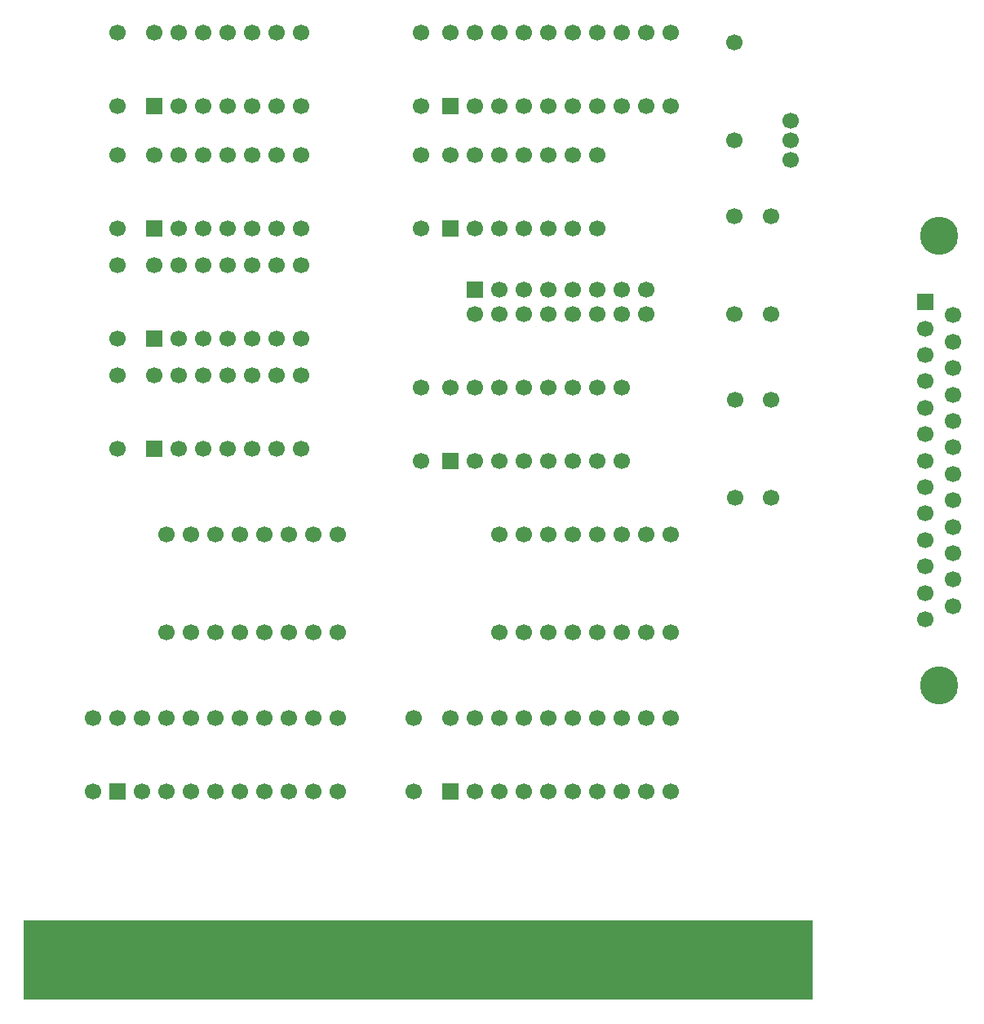
<source format=gts>
G04 start of page 2 for group 2 layer_idx 8 *
G04 Title: (unknown), top_mask *
G04 Creator: pcb-rnd 3.1.1-dev *
G04 CreationDate: 2023-05-01 13:13:09 UTC *
G04 For:  *
G04 Format: Gerber/RS-274X *
G04 PCB-Dimensions: 500000 500000 *
G04 PCB-Coordinate-Origin: lower left *
%MOIN*%
%FSLAX25Y25*%
%LNTOP_MASK_NONE_2*%
%ADD21C,0.1559*%
%ADD20C,0.0001*%
%ADD19C,0.0669*%
G54D19*X101000Y400000D03*
G54D20*G36*
X97654Y416654D02*Y423346D01*
X104346D01*
Y416654D01*
X97654D01*
G37*
G54D19*X101000Y450000D03*
X111000Y400000D03*
X121000D03*
X111000Y420000D03*
X121000D03*
X111000Y450000D03*
X121000D03*
X86000Y420000D03*
Y400000D03*
Y450000D03*
X161000Y420000D03*
X131000Y400000D03*
Y420000D03*
Y450000D03*
X141000Y400000D03*
Y420000D03*
Y450000D03*
X151000Y400000D03*
Y420000D03*
Y450000D03*
X161000Y400000D03*
Y450000D03*
G54D20*G36*
X218654Y416654D02*Y423346D01*
X225346D01*
Y416654D01*
X218654D01*
G37*
G54D19*X232000Y420000D03*
X242000D03*
X222000Y400000D03*
X232000D03*
X242000D03*
X210000Y420000D03*
Y450000D03*
Y400000D03*
X272000Y420000D03*
X282000D03*
X338000Y446000D03*
X292000Y420000D03*
X302000D03*
X312000D03*
X272000Y400000D03*
X282000D03*
X338000Y406000D03*
X361000Y414000D03*
Y406000D03*
Y398000D03*
X338000Y375000D03*
X302000Y345000D03*
Y335000D03*
X338000D03*
X353000D03*
Y375000D03*
Y300000D03*
X338134Y300063D03*
X272000Y370000D03*
Y345000D03*
Y335000D03*
X282000Y370000D03*
Y345000D03*
Y335000D03*
X292000Y345000D03*
Y335000D03*
X272000Y305000D03*
X282000D03*
X292000D03*
X272000Y275000D03*
X282000D03*
X292000D03*
G54D21*X421600Y183400D03*
G54D19*X416000Y232000D03*
Y221200D03*
Y210400D03*
X427200Y226600D03*
Y215800D03*
X353000Y260000D03*
X338134Y260063D03*
X292000Y245000D03*
X282000Y205000D03*
X302000D03*
X312000D03*
X292000D03*
X312000Y140000D03*
Y170000D03*
X282000Y245000D03*
X272000Y170000D03*
X282000D03*
X292000D03*
X272000Y205000D03*
Y245000D03*
Y140000D03*
X282000D03*
X292000D03*
X302000Y245000D03*
Y140000D03*
Y170000D03*
X312000Y245000D03*
G54D20*G36*
X419346Y336654D02*X412654D01*
Y343346D01*
X419346D01*
Y336654D01*
G37*
G54D19*X416000Y329200D03*
X427200Y334600D03*
X416000Y318400D03*
Y307600D03*
X427200Y323800D03*
Y313000D03*
Y302200D03*
G54D21*X421600Y367000D03*
G54D19*X416000Y296800D03*
X427200Y291400D03*
X416000Y286000D03*
X427200Y280600D03*
X416000Y275200D03*
X427200Y269800D03*
Y259000D03*
Y248200D03*
Y237400D03*
X416000Y264400D03*
Y253600D03*
Y242800D03*
X210000Y275000D03*
X222000Y450000D03*
G54D20*G36*
X218654Y366654D02*Y373346D01*
X225346D01*
Y366654D01*
X218654D01*
G37*
G36*
Y271654D02*Y278346D01*
X225346D01*
Y271654D01*
X218654D01*
G37*
G54D19*X222000Y305000D03*
X210000D03*
Y370000D03*
X232000Y450000D03*
Y370000D03*
G54D20*G36*
X228654Y348346D02*X235346D01*
Y341654D01*
X228654D01*
Y348346D01*
G37*
G54D19*X232000Y335000D03*
Y275000D03*
Y305000D03*
X242000Y450000D03*
Y370000D03*
Y305000D03*
Y345000D03*
Y335000D03*
Y275000D03*
Y245000D03*
X252000Y420000D03*
Y450000D03*
X262000D03*
X272000D03*
X262000Y420000D03*
X252000Y400000D03*
X262000D03*
X252000Y370000D03*
X262000D03*
X252000Y345000D03*
Y335000D03*
X262000Y345000D03*
Y335000D03*
X252000Y305000D03*
X262000D03*
X282000Y450000D03*
X292000D03*
X302000D03*
X312000D03*
X252000Y275000D03*
Y170000D03*
Y205000D03*
Y245000D03*
Y140000D03*
X262000Y275000D03*
Y245000D03*
Y140000D03*
Y170000D03*
Y205000D03*
G54D20*G36*
X97654Y366654D02*Y373346D01*
X104346D01*
Y366654D01*
X97654D01*
G37*
G54D19*X111000Y370000D03*
X121000D03*
X131000D03*
X141000D03*
X151000D03*
X161000D03*
X86000D03*
X101000Y355000D03*
X111000D03*
X121000D03*
X131000D03*
G54D20*G36*
X97654Y321654D02*Y328346D01*
X104346D01*
Y321654D01*
X97654D01*
G37*
G54D19*X121000Y325000D03*
X131000D03*
X141000D03*
Y355000D03*
X86000Y325000D03*
Y355000D03*
X111000Y325000D03*
X101000Y310000D03*
X111000D03*
X121000D03*
G54D20*G36*
X97654Y276654D02*Y283346D01*
X104346D01*
Y276654D01*
X97654D01*
G37*
G54D19*X111000Y280000D03*
X86000D03*
X121000D03*
X131000D03*
Y310000D03*
X141000D03*
X86000D03*
X141000Y280000D03*
X151000Y325000D03*
Y355000D03*
X161000D03*
Y325000D03*
X151000Y310000D03*
X161000D03*
X151000Y280000D03*
X161000D03*
X96000Y140000D03*
Y170000D03*
X106000Y205000D03*
G54D20*G36*
X82654Y136654D02*Y143346D01*
X89346D01*
Y136654D01*
X82654D01*
G37*
G54D19*X106000Y140000D03*
X76000D03*
X86000Y170000D03*
X106000D03*
X76000D03*
X106000Y245000D03*
X116000D03*
X126000D03*
X136000D03*
X116000Y205000D03*
X146000Y245000D03*
X156000D03*
X166000D03*
X176000D03*
X136000Y205000D03*
X146000D03*
X156000D03*
X166000D03*
X176000D03*
X136000Y140000D03*
Y170000D03*
X146000D03*
Y140000D03*
X156000D03*
X166000D03*
X176000D03*
X156000Y170000D03*
X166000D03*
X176000D03*
X126000Y205000D03*
X116000Y140000D03*
Y170000D03*
X126000Y140000D03*
Y170000D03*
X222000D03*
X232000D03*
G54D20*G36*
X218654Y136654D02*Y143346D01*
X225346D01*
Y136654D01*
X218654D01*
G37*
G54D19*X232000Y140000D03*
X242000D03*
Y170000D03*
X207000Y140000D03*
Y170000D03*
X242000Y205000D03*
G54D20*G36*
X370000Y87500D02*Y55000D01*
X47500D01*
Y87500D01*
X370000D01*
G37*
M02*

</source>
